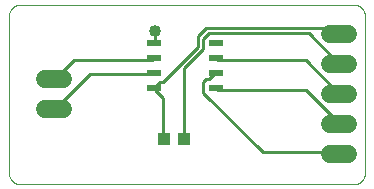
<source format=gtl>
G75*
%MOIN*%
%OFA0B0*%
%FSLAX25Y25*%
%IPPOS*%
%LPD*%
%AMOC8*
5,1,8,0,0,1.08239X$1,22.5*
%
%ADD10C,0.00000*%
%ADD11C,0.06000*%
%ADD12R,0.04921X0.02362*%
%ADD13R,0.04331X0.03937*%
%ADD14C,0.01000*%
%ADD15C,0.04000*%
D10*
X0005892Y0003769D02*
X0116719Y0003769D01*
X0116843Y0003771D01*
X0116966Y0003777D01*
X0117090Y0003786D01*
X0117212Y0003800D01*
X0117335Y0003817D01*
X0117457Y0003839D01*
X0117578Y0003864D01*
X0117698Y0003893D01*
X0117817Y0003925D01*
X0117936Y0003962D01*
X0118053Y0004002D01*
X0118168Y0004045D01*
X0118283Y0004093D01*
X0118395Y0004144D01*
X0118506Y0004198D01*
X0118616Y0004256D01*
X0118723Y0004317D01*
X0118829Y0004382D01*
X0118932Y0004450D01*
X0119033Y0004521D01*
X0119132Y0004595D01*
X0119229Y0004672D01*
X0119323Y0004753D01*
X0119414Y0004836D01*
X0119503Y0004922D01*
X0119589Y0005011D01*
X0119672Y0005102D01*
X0119753Y0005196D01*
X0119830Y0005293D01*
X0119904Y0005392D01*
X0119975Y0005493D01*
X0120043Y0005596D01*
X0120108Y0005702D01*
X0120169Y0005809D01*
X0120227Y0005919D01*
X0120281Y0006030D01*
X0120332Y0006142D01*
X0120380Y0006257D01*
X0120423Y0006372D01*
X0120463Y0006489D01*
X0120500Y0006608D01*
X0120532Y0006727D01*
X0120561Y0006847D01*
X0120586Y0006968D01*
X0120608Y0007090D01*
X0120625Y0007213D01*
X0120639Y0007335D01*
X0120648Y0007459D01*
X0120654Y0007582D01*
X0120656Y0007706D01*
X0120656Y0059792D01*
X0120654Y0059916D01*
X0120648Y0060039D01*
X0120639Y0060163D01*
X0120625Y0060285D01*
X0120608Y0060408D01*
X0120586Y0060530D01*
X0120561Y0060651D01*
X0120532Y0060771D01*
X0120500Y0060890D01*
X0120463Y0061009D01*
X0120423Y0061126D01*
X0120380Y0061241D01*
X0120332Y0061356D01*
X0120281Y0061468D01*
X0120227Y0061579D01*
X0120169Y0061689D01*
X0120108Y0061796D01*
X0120043Y0061902D01*
X0119975Y0062005D01*
X0119904Y0062106D01*
X0119830Y0062205D01*
X0119753Y0062302D01*
X0119672Y0062396D01*
X0119589Y0062487D01*
X0119503Y0062576D01*
X0119414Y0062662D01*
X0119323Y0062745D01*
X0119229Y0062826D01*
X0119132Y0062903D01*
X0119033Y0062977D01*
X0118932Y0063048D01*
X0118829Y0063116D01*
X0118723Y0063181D01*
X0118616Y0063242D01*
X0118506Y0063300D01*
X0118395Y0063354D01*
X0118283Y0063405D01*
X0118168Y0063453D01*
X0118053Y0063496D01*
X0117936Y0063536D01*
X0117817Y0063573D01*
X0117698Y0063605D01*
X0117578Y0063634D01*
X0117457Y0063659D01*
X0117335Y0063681D01*
X0117212Y0063698D01*
X0117090Y0063712D01*
X0116966Y0063721D01*
X0116843Y0063727D01*
X0116719Y0063729D01*
X0005892Y0063729D01*
X0005768Y0063727D01*
X0005645Y0063721D01*
X0005521Y0063712D01*
X0005399Y0063698D01*
X0005276Y0063681D01*
X0005154Y0063659D01*
X0005033Y0063634D01*
X0004913Y0063605D01*
X0004794Y0063573D01*
X0004675Y0063536D01*
X0004558Y0063496D01*
X0004443Y0063453D01*
X0004328Y0063405D01*
X0004216Y0063354D01*
X0004105Y0063300D01*
X0003995Y0063242D01*
X0003888Y0063181D01*
X0003782Y0063116D01*
X0003679Y0063048D01*
X0003578Y0062977D01*
X0003479Y0062903D01*
X0003382Y0062826D01*
X0003288Y0062745D01*
X0003197Y0062662D01*
X0003108Y0062576D01*
X0003022Y0062487D01*
X0002939Y0062396D01*
X0002858Y0062302D01*
X0002781Y0062205D01*
X0002707Y0062106D01*
X0002636Y0062005D01*
X0002568Y0061902D01*
X0002503Y0061796D01*
X0002442Y0061689D01*
X0002384Y0061579D01*
X0002330Y0061468D01*
X0002279Y0061356D01*
X0002231Y0061241D01*
X0002188Y0061126D01*
X0002148Y0061009D01*
X0002111Y0060890D01*
X0002079Y0060771D01*
X0002050Y0060651D01*
X0002025Y0060530D01*
X0002003Y0060408D01*
X0001986Y0060285D01*
X0001972Y0060163D01*
X0001963Y0060039D01*
X0001957Y0059916D01*
X0001955Y0059792D01*
X0001955Y0007706D01*
X0001957Y0007582D01*
X0001963Y0007459D01*
X0001972Y0007335D01*
X0001986Y0007213D01*
X0002003Y0007090D01*
X0002025Y0006968D01*
X0002050Y0006847D01*
X0002079Y0006727D01*
X0002111Y0006608D01*
X0002148Y0006489D01*
X0002188Y0006372D01*
X0002231Y0006257D01*
X0002279Y0006142D01*
X0002330Y0006030D01*
X0002384Y0005919D01*
X0002442Y0005809D01*
X0002503Y0005702D01*
X0002568Y0005596D01*
X0002636Y0005493D01*
X0002707Y0005392D01*
X0002781Y0005293D01*
X0002858Y0005196D01*
X0002939Y0005102D01*
X0003022Y0005011D01*
X0003108Y0004922D01*
X0003197Y0004836D01*
X0003288Y0004753D01*
X0003382Y0004672D01*
X0003479Y0004595D01*
X0003578Y0004521D01*
X0003679Y0004450D01*
X0003782Y0004382D01*
X0003888Y0004317D01*
X0003995Y0004256D01*
X0004105Y0004198D01*
X0004216Y0004144D01*
X0004328Y0004093D01*
X0004443Y0004045D01*
X0004558Y0004002D01*
X0004675Y0003962D01*
X0004794Y0003925D01*
X0004913Y0003893D01*
X0005033Y0003864D01*
X0005154Y0003839D01*
X0005276Y0003817D01*
X0005399Y0003800D01*
X0005521Y0003786D01*
X0005645Y0003777D01*
X0005768Y0003771D01*
X0005892Y0003769D01*
D11*
X0013955Y0028769D02*
X0019955Y0028769D01*
X0019955Y0038769D02*
X0013955Y0038769D01*
X0108955Y0043769D02*
X0114955Y0043769D01*
X0114955Y0053769D02*
X0108955Y0053769D01*
X0108955Y0033769D02*
X0114955Y0033769D01*
X0114955Y0023769D02*
X0108955Y0023769D01*
X0108955Y0013769D02*
X0114955Y0013769D01*
D12*
X0071010Y0036052D03*
X0071010Y0041052D03*
X0071010Y0046052D03*
X0071010Y0051052D03*
X0050341Y0051052D03*
X0050341Y0046052D03*
X0050341Y0041052D03*
X0050341Y0036052D03*
D13*
X0053609Y0018769D03*
X0060302Y0018769D03*
D14*
X0060455Y0019069D01*
X0060455Y0042469D01*
X0066755Y0048769D01*
X0066755Y0052369D01*
X0068555Y0054169D01*
X0101855Y0054169D01*
X0111755Y0044269D01*
X0111955Y0043769D01*
X0111755Y0034369D02*
X0100955Y0045169D01*
X0071255Y0045169D01*
X0071010Y0046052D01*
X0064955Y0049669D02*
X0064955Y0053269D01*
X0067655Y0055969D01*
X0109955Y0055969D01*
X0111755Y0054169D01*
X0111955Y0053769D01*
X0100955Y0035269D02*
X0111755Y0024469D01*
X0111955Y0023769D01*
X0111755Y0014569D02*
X0111955Y0013769D01*
X0111755Y0014569D02*
X0086555Y0014569D01*
X0066755Y0034369D01*
X0066755Y0037969D01*
X0067655Y0038869D01*
X0068555Y0038869D01*
X0070355Y0040669D01*
X0071010Y0041052D01*
X0071010Y0036052D02*
X0071255Y0035269D01*
X0100955Y0035269D01*
X0111755Y0034369D02*
X0111955Y0033769D01*
X0064955Y0049669D02*
X0053255Y0037969D01*
X0052355Y0037969D01*
X0050555Y0036169D01*
X0050341Y0036052D01*
X0050555Y0035269D01*
X0053255Y0032569D01*
X0053255Y0019069D01*
X0053609Y0018769D01*
X0028955Y0040669D02*
X0017255Y0028969D01*
X0016955Y0028769D01*
X0016955Y0038769D02*
X0017255Y0038869D01*
X0023555Y0045169D01*
X0049655Y0045169D01*
X0050341Y0046052D01*
X0050341Y0051052D02*
X0050555Y0051469D01*
X0050555Y0055069D01*
X0050341Y0041052D02*
X0049655Y0040669D01*
X0028955Y0040669D01*
D15*
X0050555Y0055069D03*
M02*

</source>
